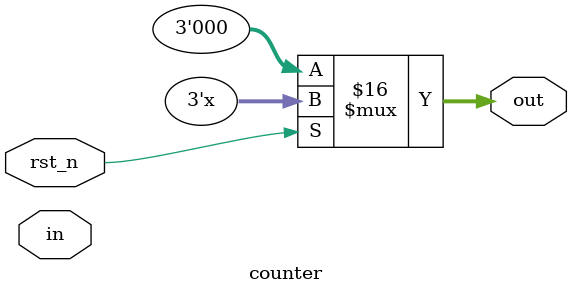
<source format=v>
module counter (
    input               rst_n,
    input               in,
    
    output reg [2:0]    out
);

reg in_prev;

always @ (in, rst_n)
begin
    if(!rst_n)
        out <= 3'd0;
    else
        if(in && in_prev)
            begin
            out <= out + 1'b1;
            in_prev <= 1'b1;
            end
        if(!in)
            in_prev <= 1'b0;
end

endmodule
</source>
